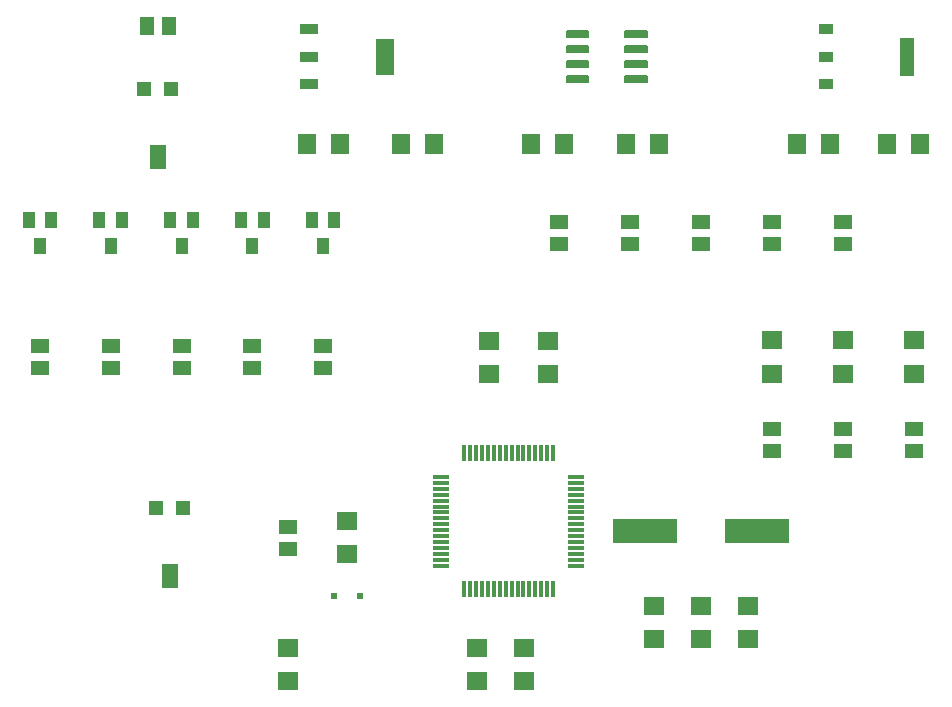
<source format=gbr>
G04 EAGLE Gerber RS-274X export*
G75*
%MOMM*%
%FSLAX34Y34*%
%LPD*%
%INSolderpaste Top*%
%IPPOS*%
%AMOC8*
5,1,8,0,0,1.08239X$1,22.5*%
G01*
%ADD10R,1.250000X0.950000*%
%ADD11R,1.250000X3.200000*%
%ADD12R,1.803000X1.600000*%
%ADD13R,1.800000X1.600000*%
%ADD14R,1.600000X1.800000*%
%ADD15R,0.600000X0.600000*%
%ADD16R,1.475000X0.300000*%
%ADD17R,0.300000X1.475000*%
%ADD18R,1.600000X1.300000*%
%ADD19R,1.300000X1.600000*%
%ADD20R,1.000000X1.400000*%
%ADD21R,1.600200X0.838200*%
%ADD22R,1.600200X3.098800*%
%ADD23C,0.147500*%
%ADD24R,1.300000X1.300000*%
%ADD25R,1.401600X2.000000*%
%ADD26R,5.500000X2.000000*%


D10*
X726000Y887500D03*
X726000Y864500D03*
X726000Y841500D03*
D11*
X794000Y864500D03*
D12*
X800000Y595780D03*
X800000Y624220D03*
D13*
X270000Y364000D03*
X270000Y336000D03*
D14*
X805300Y790000D03*
X777300Y790000D03*
X700900Y790000D03*
X728900Y790000D03*
X366000Y790000D03*
X394000Y790000D03*
X286000Y790000D03*
X314000Y790000D03*
X476000Y790000D03*
X504000Y790000D03*
X584000Y790000D03*
X556000Y790000D03*
D13*
X660000Y399000D03*
X660000Y371000D03*
X620000Y399000D03*
X620000Y371000D03*
X580000Y399000D03*
X580000Y371000D03*
X490000Y596000D03*
X490000Y624000D03*
X440000Y596000D03*
X440000Y624000D03*
X430000Y364000D03*
X430000Y336000D03*
X470000Y364000D03*
X470000Y336000D03*
X320000Y471000D03*
X320000Y443000D03*
D15*
X331000Y408000D03*
X309000Y408000D03*
D12*
X740000Y595780D03*
X740000Y624220D03*
D16*
X399620Y508500D03*
X399620Y503500D03*
X399620Y498500D03*
X399620Y493500D03*
X399620Y488500D03*
X399620Y483500D03*
X399620Y478500D03*
X399620Y473500D03*
X399620Y468500D03*
X399620Y463500D03*
X399620Y458500D03*
X399620Y453500D03*
X399620Y448500D03*
X399620Y443500D03*
X399620Y438500D03*
X399620Y433500D03*
D17*
X419500Y413620D03*
X424500Y413620D03*
X429500Y413620D03*
X434500Y413620D03*
X439500Y413620D03*
X444500Y413620D03*
X449500Y413620D03*
X454500Y413620D03*
X459500Y413620D03*
X464500Y413620D03*
X469500Y413620D03*
X474500Y413620D03*
X479500Y413620D03*
X484500Y413620D03*
X489500Y413620D03*
X494500Y413620D03*
D16*
X514380Y433500D03*
X514380Y438500D03*
X514380Y443500D03*
X514380Y448500D03*
X514380Y453500D03*
X514380Y458500D03*
X514380Y463500D03*
X514380Y468500D03*
X514380Y473500D03*
X514380Y478500D03*
X514380Y483500D03*
X514380Y488500D03*
X514380Y493500D03*
X514380Y498500D03*
X514380Y503500D03*
X514380Y508500D03*
D17*
X494500Y528380D03*
X489500Y528380D03*
X484500Y528380D03*
X479500Y528380D03*
X474500Y528380D03*
X469500Y528380D03*
X464500Y528380D03*
X459500Y528380D03*
X454500Y528380D03*
X449500Y528380D03*
X444500Y528380D03*
X439500Y528380D03*
X434500Y528380D03*
X429500Y528380D03*
X424500Y528380D03*
X419500Y528380D03*
D18*
X270000Y447500D03*
X270000Y466500D03*
X680000Y530500D03*
X680000Y549500D03*
X740000Y530500D03*
X740000Y549500D03*
X500000Y705500D03*
X500000Y724500D03*
X300000Y600500D03*
X300000Y619500D03*
X560000Y705500D03*
X560000Y724500D03*
X240000Y600500D03*
X240000Y619500D03*
X620000Y705500D03*
X620000Y724500D03*
X180000Y600500D03*
X180000Y619500D03*
X680000Y705500D03*
X680000Y724500D03*
X120000Y600500D03*
X120000Y619500D03*
X740000Y705500D03*
X740000Y724500D03*
X60000Y600500D03*
X60000Y619500D03*
X800000Y530500D03*
X800000Y549500D03*
D19*
X150500Y890000D03*
X169500Y890000D03*
D12*
X680000Y595780D03*
X680000Y624220D03*
D20*
X300000Y704000D03*
X290500Y726000D03*
X309500Y726000D03*
X240000Y704000D03*
X230500Y726000D03*
X249500Y726000D03*
X180000Y704000D03*
X170500Y726000D03*
X189500Y726000D03*
X120000Y704000D03*
X110500Y726000D03*
X129500Y726000D03*
X60000Y704000D03*
X50500Y726000D03*
X69500Y726000D03*
D21*
X287996Y887614D03*
X287996Y864500D03*
X287996Y841386D03*
D22*
X352004Y864500D03*
D23*
X506137Y881337D02*
X524363Y881337D01*
X506137Y881337D02*
X506137Y885763D01*
X524363Y885763D01*
X524363Y881337D01*
X524363Y882738D02*
X506137Y882738D01*
X506137Y884139D02*
X524363Y884139D01*
X524363Y885540D02*
X506137Y885540D01*
X506137Y868637D02*
X524363Y868637D01*
X506137Y868637D02*
X506137Y873063D01*
X524363Y873063D01*
X524363Y868637D01*
X524363Y870038D02*
X506137Y870038D01*
X506137Y871439D02*
X524363Y871439D01*
X524363Y872840D02*
X506137Y872840D01*
X506137Y855937D02*
X524363Y855937D01*
X506137Y855937D02*
X506137Y860363D01*
X524363Y860363D01*
X524363Y855937D01*
X524363Y857338D02*
X506137Y857338D01*
X506137Y858739D02*
X524363Y858739D01*
X524363Y860140D02*
X506137Y860140D01*
X506137Y843237D02*
X524363Y843237D01*
X506137Y843237D02*
X506137Y847663D01*
X524363Y847663D01*
X524363Y843237D01*
X524363Y844638D02*
X506137Y844638D01*
X506137Y846039D02*
X524363Y846039D01*
X524363Y847440D02*
X506137Y847440D01*
X555637Y843237D02*
X573863Y843237D01*
X555637Y843237D02*
X555637Y847663D01*
X573863Y847663D01*
X573863Y843237D01*
X573863Y844638D02*
X555637Y844638D01*
X555637Y846039D02*
X573863Y846039D01*
X573863Y847440D02*
X555637Y847440D01*
X555637Y855937D02*
X573863Y855937D01*
X555637Y855937D02*
X555637Y860363D01*
X573863Y860363D01*
X573863Y855937D01*
X573863Y857338D02*
X555637Y857338D01*
X555637Y858739D02*
X573863Y858739D01*
X573863Y860140D02*
X555637Y860140D01*
X555637Y868637D02*
X573863Y868637D01*
X555637Y868637D02*
X555637Y873063D01*
X573863Y873063D01*
X573863Y868637D01*
X573863Y870038D02*
X555637Y870038D01*
X555637Y871439D02*
X573863Y871439D01*
X573863Y872840D02*
X555637Y872840D01*
X555637Y881337D02*
X573863Y881337D01*
X555637Y881337D02*
X555637Y885763D01*
X573863Y885763D01*
X573863Y881337D01*
X573863Y882738D02*
X555637Y882738D01*
X555637Y884139D02*
X573863Y884139D01*
X573863Y885540D02*
X555637Y885540D01*
D24*
X158500Y482400D03*
D25*
X170000Y424615D03*
D24*
X181500Y482400D03*
X148500Y837400D03*
D25*
X160000Y779615D03*
D24*
X171500Y837400D03*
D26*
X572500Y463100D03*
X667500Y463100D03*
M02*

</source>
